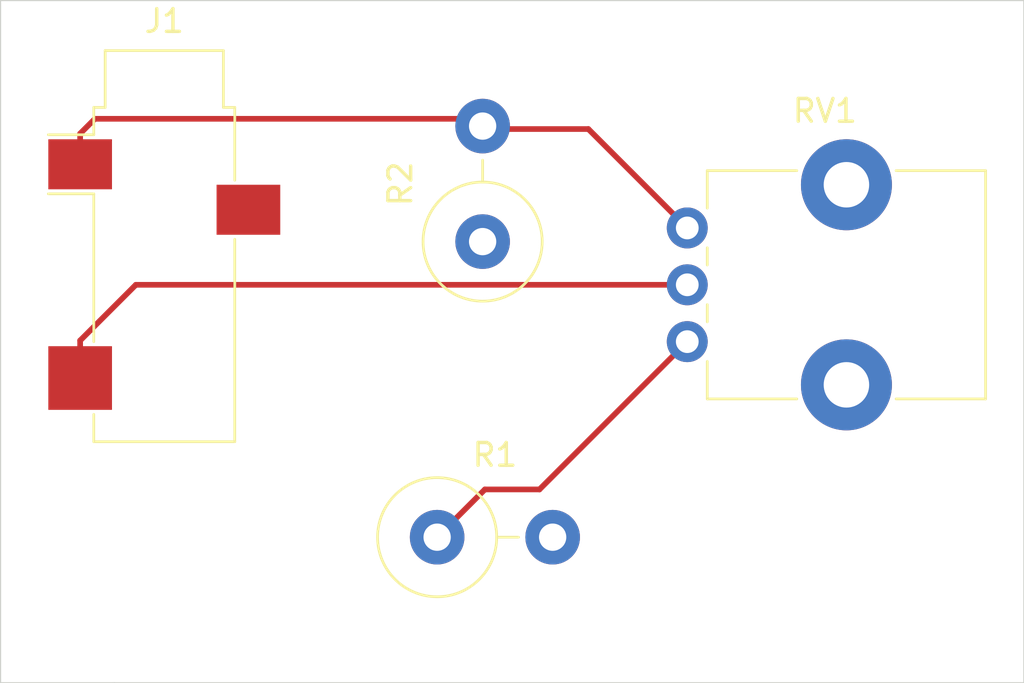
<source format=kicad_pcb>
(kicad_pcb (version 20171130) (host pcbnew "(5.1.4-0-10_14)")

  (general
    (thickness 1.6)
    (drawings 5)
    (tracks 12)
    (zones 0)
    (modules 4)
    (nets 6)
  )

  (page A4)
  (layers
    (0 F.Cu signal)
    (31 B.Cu signal)
    (32 B.Adhes user)
    (33 F.Adhes user)
    (34 B.Paste user)
    (35 F.Paste user)
    (36 B.SilkS user)
    (37 F.SilkS user)
    (38 B.Mask user)
    (39 F.Mask user)
    (40 Dwgs.User user)
    (41 Cmts.User user)
    (42 Eco1.User user)
    (43 Eco2.User user)
    (44 Edge.Cuts user)
    (45 Margin user)
    (46 B.CrtYd user)
    (47 F.CrtYd user)
    (48 B.Fab user)
    (49 F.Fab user)
  )

  (setup
    (last_trace_width 0.25)
    (trace_clearance 0.2)
    (zone_clearance 0.508)
    (zone_45_only no)
    (trace_min 0.2)
    (via_size 0.8)
    (via_drill 0.4)
    (via_min_size 0.4)
    (via_min_drill 0.3)
    (uvia_size 0.3)
    (uvia_drill 0.1)
    (uvias_allowed no)
    (uvia_min_size 0.2)
    (uvia_min_drill 0.1)
    (edge_width 0.05)
    (segment_width 0.2)
    (pcb_text_width 0.3)
    (pcb_text_size 1.5 1.5)
    (mod_edge_width 0.12)
    (mod_text_size 1 1)
    (mod_text_width 0.15)
    (pad_size 1.524 1.524)
    (pad_drill 0.762)
    (pad_to_mask_clearance 0.051)
    (solder_mask_min_width 0.25)
    (aux_axis_origin 0 0)
    (visible_elements FFFFFF7F)
    (pcbplotparams
      (layerselection 0x010fc_ffffffff)
      (usegerberextensions false)
      (usegerberattributes false)
      (usegerberadvancedattributes false)
      (creategerberjobfile false)
      (excludeedgelayer true)
      (linewidth 0.100000)
      (plotframeref false)
      (viasonmask false)
      (mode 1)
      (useauxorigin false)
      (hpglpennumber 1)
      (hpglpenspeed 20)
      (hpglpendiameter 15.000000)
      (psnegative false)
      (psa4output false)
      (plotreference true)
      (plotvalue true)
      (plotinvisibletext false)
      (padsonsilk false)
      (subtractmaskfromsilk false)
      (outputformat 1)
      (mirror false)
      (drillshape 1)
      (scaleselection 1)
      (outputdirectory ""))
  )

  (net 0 "")
  (net 1 "Net-(J1-PadT)")
  (net 2 GND)
  (net 3 +5V)
  (net 4 "Net-(R1-Pad1)")
  (net 5 "Net-(R2-Pad2)")

  (net_class Default "This is the default net class."
    (clearance 0.2)
    (trace_width 0.25)
    (via_dia 0.8)
    (via_drill 0.4)
    (uvia_dia 0.3)
    (uvia_drill 0.1)
    (add_net +5V)
    (add_net GND)
    (add_net "Net-(J1-PadT)")
    (add_net "Net-(R1-Pad1)")
    (add_net "Net-(R2-Pad2)")
  )

  (module Potentiometer_THT:Potentiometer_Alps_RK09K_Single_Vertical (layer F.Cu) (tedit 5F91A575) (tstamp 5FA33B90)
    (at 165.2 75)
    (descr "Potentiometer, vertical, Alps RK09K Single, http://www.alps.com/prod/info/E/HTML/Potentiometer/RotaryPotentiometers/RK09K/RK09K_list.html")
    (tags "Potentiometer vertical Alps RK09K Single")
    (path /5FA31544)
    (fp_text reference RV1 (at 6.05 -10.15) (layer F.SilkS)
      (effects (font (size 1 1) (thickness 0.15)))
    )
    (fp_text value R_POT (at 6.05 5.15) (layer F.Fab)
      (effects (font (size 1 1) (thickness 0.15)))
    )
    (fp_text user %R (at 2 -2.5 90) (layer F.Fab)
      (effects (font (size 1 1) (thickness 0.15)))
    )
    (fp_line (start 13.25 -9.15) (end -1.15 -9.15) (layer F.CrtYd) (width 0.05))
    (fp_line (start 13.25 4.15) (end 13.25 -9.15) (layer F.CrtYd) (width 0.05))
    (fp_line (start -1.15 4.15) (end 13.25 4.15) (layer F.CrtYd) (width 0.05))
    (fp_line (start -1.15 -9.15) (end -1.15 4.15) (layer F.CrtYd) (width 0.05))
    (fp_line (start 13.12 -7.521) (end 13.12 2.52) (layer F.SilkS) (width 0.12))
    (fp_line (start 0.88 0.87) (end 0.88 2.52) (layer F.SilkS) (width 0.12))
    (fp_line (start 0.88 -1.629) (end 0.88 -0.87) (layer F.SilkS) (width 0.12))
    (fp_line (start 0.88 -4.129) (end 0.88 -3.37) (layer F.SilkS) (width 0.12))
    (fp_line (start 0.88 -7.521) (end 0.88 -5.871) (layer F.SilkS) (width 0.12))
    (fp_line (start 9.184 2.52) (end 13.12 2.52) (layer F.SilkS) (width 0.12))
    (fp_line (start 0.88 2.52) (end 4.817 2.52) (layer F.SilkS) (width 0.12))
    (fp_line (start 9.184 -7.521) (end 13.12 -7.521) (layer F.SilkS) (width 0.12))
    (fp_line (start 0.88 -7.521) (end 4.817 -7.521) (layer F.SilkS) (width 0.12))
    (fp_line (start 13 -7.4) (end 1 -7.4) (layer F.Fab) (width 0.1))
    (fp_line (start 13 2.4) (end 13 -7.4) (layer F.Fab) (width 0.1))
    (fp_line (start 1 2.4) (end 13 2.4) (layer F.Fab) (width 0.1))
    (fp_line (start 1 -7.4) (end 1 2.4) (layer F.Fab) (width 0.1))
    (fp_circle (center 7.5 -2.5) (end 10.5 -2.5) (layer F.Fab) (width 0.1))
    (pad "" np_thru_hole circle (at 7 1.9) (size 4 4) (drill 2) (layers *.Cu *.Mask))
    (pad "" np_thru_hole circle (at 7 -6.9) (size 4 4) (drill 2) (layers *.Cu *.Mask))
    (pad 1 thru_hole circle (at 0 0) (size 1.8 1.8) (drill 1) (layers *.Cu *.Mask)
      (net 4 "Net-(R1-Pad1)"))
    (pad 2 thru_hole circle (at 0 -2.5) (size 1.8 1.8) (drill 1) (layers *.Cu *.Mask)
      (net 1 "Net-(J1-PadT)"))
    (pad 3 thru_hole circle (at 0 -5) (size 1.8 1.8) (drill 1) (layers *.Cu *.Mask)
      (net 5 "Net-(R2-Pad2)"))
    (model ${KISYS3DMOD}/Potentiometer_THT.3dshapes/Potentiometer_Alps_RK09K_Single_Vertical.wrl
      (at (xyz 0 0 0))
      (scale (xyz 1 1 1))
      (rotate (xyz 0 0 0))
    )
    (model /Users/timcaldwell/personal/kicad-3dmodels/9mm-potentiometer-tall-trimmer-1.snapshot.4/R-0904N-L-25KCv2.step
      (offset (xyz 7 2.5 0))
      (scale (xyz 1 1 1))
      (rotate (xyz 0 0 -90))
    )
  )

  (module Resistor_THT:R_Axial_DIN0516_L15.5mm_D5.0mm_P5.08mm_Vertical (layer F.Cu) (tedit 5AE5139B) (tstamp 5FA33B74)
    (at 156.2 70.6 90)
    (descr "Resistor, Axial_DIN0516 series, Axial, Vertical, pin pitch=5.08mm, 2W, length*diameter=15.5*5mm^2, http://cdn-reichelt.de/documents/datenblatt/B400/1_4W%23YAG.pdf")
    (tags "Resistor Axial_DIN0516 series Axial Vertical pin pitch 5.08mm 2W length 15.5mm diameter 5mm")
    (path /5FA2E974)
    (fp_text reference R2 (at 2.54 -3.62 90) (layer F.SilkS)
      (effects (font (size 1 1) (thickness 0.15)))
    )
    (fp_text value R (at 2.54 3.62 90) (layer F.Fab)
      (effects (font (size 1 1) (thickness 0.15)))
    )
    (fp_text user %R (at 2.54 -3.62 90) (layer F.Fab)
      (effects (font (size 1 1) (thickness 0.15)))
    )
    (fp_line (start 6.53 -2.75) (end -2.75 -2.75) (layer F.CrtYd) (width 0.05))
    (fp_line (start 6.53 2.75) (end 6.53 -2.75) (layer F.CrtYd) (width 0.05))
    (fp_line (start -2.75 2.75) (end 6.53 2.75) (layer F.CrtYd) (width 0.05))
    (fp_line (start -2.75 -2.75) (end -2.75 2.75) (layer F.CrtYd) (width 0.05))
    (fp_line (start 2.62 0) (end 3.58 0) (layer F.SilkS) (width 0.12))
    (fp_line (start 0 0) (end 5.08 0) (layer F.Fab) (width 0.1))
    (fp_circle (center 0 0) (end 2.62 0) (layer F.SilkS) (width 0.12))
    (fp_circle (center 0 0) (end 2.5 0) (layer F.Fab) (width 0.1))
    (pad 2 thru_hole oval (at 5.08 0 90) (size 2.4 2.4) (drill 1.2) (layers *.Cu *.Mask)
      (net 5 "Net-(R2-Pad2)"))
    (pad 1 thru_hole circle (at 0 0 90) (size 2.4 2.4) (drill 1.2) (layers *.Cu *.Mask)
      (net 2 GND))
    (model ${KISYS3DMOD}/Resistor_THT.3dshapes/R_Axial_DIN0516_L15.5mm_D5.0mm_P5.08mm_Vertical.wrl
      (at (xyz 0 0 0))
      (scale (xyz 1 1 1))
      (rotate (xyz 0 0 0))
    )
  )

  (module Resistor_THT:R_Axial_DIN0516_L15.5mm_D5.0mm_P5.08mm_Vertical (layer F.Cu) (tedit 5AE5139B) (tstamp 5FA33B65)
    (at 154.2 83.6)
    (descr "Resistor, Axial_DIN0516 series, Axial, Vertical, pin pitch=5.08mm, 2W, length*diameter=15.5*5mm^2, http://cdn-reichelt.de/documents/datenblatt/B400/1_4W%23YAG.pdf")
    (tags "Resistor Axial_DIN0516 series Axial Vertical pin pitch 5.08mm 2W length 15.5mm diameter 5mm")
    (path /5FA2E44C)
    (fp_text reference R1 (at 2.54 -3.62) (layer F.SilkS)
      (effects (font (size 1 1) (thickness 0.15)))
    )
    (fp_text value R (at 2.54 3.62) (layer F.Fab)
      (effects (font (size 1 1) (thickness 0.15)))
    )
    (fp_text user %R (at 2.54 -3.62) (layer F.Fab)
      (effects (font (size 1 1) (thickness 0.15)))
    )
    (fp_line (start 6.53 -2.75) (end -2.75 -2.75) (layer F.CrtYd) (width 0.05))
    (fp_line (start 6.53 2.75) (end 6.53 -2.75) (layer F.CrtYd) (width 0.05))
    (fp_line (start -2.75 2.75) (end 6.53 2.75) (layer F.CrtYd) (width 0.05))
    (fp_line (start -2.75 -2.75) (end -2.75 2.75) (layer F.CrtYd) (width 0.05))
    (fp_line (start 2.62 0) (end 3.58 0) (layer F.SilkS) (width 0.12))
    (fp_line (start 0 0) (end 5.08 0) (layer F.Fab) (width 0.1))
    (fp_circle (center 0 0) (end 2.62 0) (layer F.SilkS) (width 0.12))
    (fp_circle (center 0 0) (end 2.5 0) (layer F.Fab) (width 0.1))
    (pad 2 thru_hole oval (at 5.08 0) (size 2.4 2.4) (drill 1.2) (layers *.Cu *.Mask)
      (net 3 +5V))
    (pad 1 thru_hole circle (at 0 0) (size 2.4 2.4) (drill 1.2) (layers *.Cu *.Mask)
      (net 4 "Net-(R1-Pad1)"))
    (model ${KISYS3DMOD}/Resistor_THT.3dshapes/R_Axial_DIN0516_L15.5mm_D5.0mm_P5.08mm_Vertical.wrl
      (at (xyz 0 0 0))
      (scale (xyz 1 1 1))
      (rotate (xyz 0 0 0))
    )
  )

  (module Connector_Audio:Jack_3.5mm_CUI_SJ-3523-SMT_Horizontal (layer F.Cu) (tedit 5C635420) (tstamp 5FA33B56)
    (at 142.2 70.8)
    (descr "3.5 mm, Stereo, Right Angle, Surface Mount (SMT), Audio Jack Connector (https://www.cui.com/product/resource/sj-352x-smt-series.pdf)")
    (tags "3.5mm audio cui horizontal jack stereo")
    (path /5FA337C3)
    (attr smd)
    (fp_text reference J1 (at 0 -9.9) (layer F.SilkS)
      (effects (font (size 1 1) (thickness 0.15)))
    )
    (fp_text value AudioJack2 (at 0 10.35) (layer F.Fab)
      (effects (font (size 1 1) (thickness 0.15)))
    )
    (fp_line (start -3.1 -2.3) (end -5.1 -2.3) (layer F.SilkS) (width 0.12))
    (fp_line (start -3.1 -4.9) (end -5.1 -4.9) (layer F.SilkS) (width 0.12))
    (fp_line (start -3.1 4.2) (end -3.1 -2.3) (layer F.SilkS) (width 0.12))
    (fp_line (start -3.1 8.6) (end -3.1 7.4) (layer F.SilkS) (width 0.12))
    (fp_line (start 3.1 8.6) (end -3.1 8.6) (layer F.SilkS) (width 0.12))
    (fp_line (start 3.1 -0.3) (end 3.1 8.6) (layer F.SilkS) (width 0.12))
    (fp_line (start 3.1 -6.1) (end 3.1 -2.9) (layer F.SilkS) (width 0.12))
    (fp_line (start 2.6 -6.1) (end 3.1 -6.1) (layer F.SilkS) (width 0.12))
    (fp_line (start 2.6 -8.6) (end 2.6 -6.1) (layer F.SilkS) (width 0.12))
    (fp_line (start -2.6 -8.6) (end 2.6 -8.6) (layer F.SilkS) (width 0.12))
    (fp_line (start -2.6 -6.1) (end -2.6 -8.6) (layer F.SilkS) (width 0.12))
    (fp_line (start -3.1 -6.1) (end -2.6 -6.1) (layer F.SilkS) (width 0.12))
    (fp_line (start -3.1 -4.9) (end -3.1 -6.1) (layer F.SilkS) (width 0.12))
    (fp_text user %R (at 0 0) (layer F.Fab)
      (effects (font (size 1 1) (thickness 0.15)))
    )
    (fp_line (start -5.6 -9) (end 5.6 -9) (layer F.CrtYd) (width 0.05))
    (fp_line (start -5.6 9) (end -5.6 -9) (layer F.CrtYd) (width 0.05))
    (fp_line (start 5.6 9) (end -5.6 9) (layer F.CrtYd) (width 0.05))
    (fp_line (start 5.6 -9) (end 5.6 9) (layer F.CrtYd) (width 0.05))
    (fp_line (start 2.5 -6) (end 3 -6) (layer F.Fab) (width 0.1))
    (fp_line (start 2.5 -8.5) (end 2.5 -6) (layer F.Fab) (width 0.1))
    (fp_line (start -2.5 -8.5) (end 2.5 -8.5) (layer F.Fab) (width 0.1))
    (fp_line (start -2.5 -6) (end -2.5 -8.5) (layer F.Fab) (width 0.1))
    (fp_line (start -3 -6) (end -2.5 -6) (layer F.Fab) (width 0.1))
    (fp_line (start -3 8.5) (end -3 -6) (layer F.Fab) (width 0.1))
    (fp_line (start 3 8.5) (end -3 8.5) (layer F.Fab) (width 0.1))
    (fp_line (start 3 -6) (end 3 8.5) (layer F.Fab) (width 0.1))
    (pad "" np_thru_hole circle (at 0 4.5) (size 1.7 1.7) (drill 1.7) (layers *.Cu *.Mask))
    (pad "" np_thru_hole circle (at 0 -2.5) (size 1.7 1.7) (drill 1.7) (layers *.Cu *.Mask))
    (pad T smd rect (at -3.7 5.8) (size 2.8 2.8) (layers F.Cu F.Paste F.Mask)
      (net 1 "Net-(J1-PadT)"))
    (pad S smd rect (at -3.7 -3.6) (size 2.8 2.2) (layers F.Cu F.Paste F.Mask)
      (net 2 GND))
    (pad R smd rect (at 3.7 -1.6) (size 2.8 2.2) (layers F.Cu F.Paste F.Mask))
    (model ${KISYS3DMOD}/Connector_Audio.3dshapes/Jack_3.5mm_CUI_SJ-3523-SMT_Horizontal.wrl
      (at (xyz 0 0 0))
      (scale (xyz 1 1 1))
      (rotate (xyz 0 0 0))
    )
  )

  (gr_line (start 135 90) (end 135 60) (layer Edge.Cuts) (width 0.05) (tstamp 5FA33BEB))
  (gr_line (start 140 90) (end 135 90) (layer Edge.Cuts) (width 0.05))
  (gr_line (start 180 90) (end 140 90) (layer Edge.Cuts) (width 0.05))
  (gr_line (start 180 60) (end 180 90) (layer Edge.Cuts) (width 0.05))
  (gr_line (start 135 60) (end 180 60) (layer Edge.Cuts) (width 0.05))

  (segment (start 138.5 74.95) (end 138.5 76.6) (width 0.25) (layer F.Cu) (net 1))
  (segment (start 140.95 72.5) (end 138.5 74.95) (width 0.25) (layer F.Cu) (net 1))
  (segment (start 165.2 72.5) (end 140.95 72.5) (width 0.25) (layer F.Cu) (net 1))
  (segment (start 138.5 65.85) (end 138.5 67.2) (width 0.25) (layer F.Cu) (net 2))
  (segment (start 139.15 65.2) (end 138.5 65.85) (width 0.25) (layer F.Cu) (net 2))
  (segment (start 156.4 65.2) (end 139.15 65.2) (width 0.25) (layer F.Cu) (net 2))
  (segment (start 154.2 83.6) (end 156.299999 81.500001) (width 0.25) (layer F.Cu) (net 4))
  (segment (start 158.699999 81.500001) (end 165.2 75) (width 0.25) (layer F.Cu) (net 4))
  (segment (start 156.299999 81.500001) (end 158.699999 81.500001) (width 0.25) (layer F.Cu) (net 4))
  (segment (start 156.5864 65.65001) (end 156.2 65.65001) (width 0.25) (layer F.Cu) (net 5))
  (segment (start 160.85001 65.65001) (end 156.5864 65.65001) (width 0.25) (layer F.Cu) (net 5))
  (segment (start 165.2 70) (end 160.85001 65.65001) (width 0.25) (layer F.Cu) (net 5))

)

</source>
